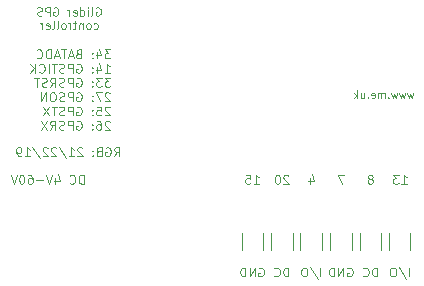
<source format=gbr>
%TF.GenerationSoftware,KiCad,Pcbnew,(6.0.2-0)*%
%TF.CreationDate,2022-03-06T08:12:54+00:00*%
%TF.ProjectId,Glider,476c6964-6572-42e6-9b69-6361645f7063,1*%
%TF.SameCoordinates,Original*%
%TF.FileFunction,Legend,Bot*%
%TF.FilePolarity,Positive*%
%FSLAX46Y46*%
G04 Gerber Fmt 4.6, Leading zero omitted, Abs format (unit mm)*
G04 Created by KiCad (PCBNEW (6.0.2-0)) date 2022-03-06 08:12:54*
%MOMM*%
%LPD*%
G01*
G04 APERTURE LIST*
%ADD10C,0.100000*%
%ADD11C,0.120000*%
G04 APERTURE END LIST*
D10*
X112850000Y-133439285D02*
X112350000Y-133439285D01*
X112671428Y-134189285D01*
X109957142Y-133689285D02*
X109957142Y-134189285D01*
X110135714Y-133403571D02*
X110314285Y-133939285D01*
X109850000Y-133939285D01*
X110885714Y-142039285D02*
X110885714Y-141289285D01*
X109992857Y-141253571D02*
X110635714Y-142217857D01*
X109600000Y-141289285D02*
X109457142Y-141289285D01*
X109385714Y-141325000D01*
X109314285Y-141396428D01*
X109278571Y-141539285D01*
X109278571Y-141789285D01*
X109314285Y-141932142D01*
X109385714Y-142003571D01*
X109457142Y-142039285D01*
X109600000Y-142039285D01*
X109671428Y-142003571D01*
X109742857Y-141932142D01*
X109778571Y-141789285D01*
X109778571Y-141539285D01*
X109742857Y-141396428D01*
X109671428Y-141325000D01*
X109600000Y-141289285D01*
X115671428Y-142039285D02*
X115671428Y-141289285D01*
X115492857Y-141289285D01*
X115385714Y-141325000D01*
X115314285Y-141396428D01*
X115278571Y-141467857D01*
X115242857Y-141610714D01*
X115242857Y-141717857D01*
X115278571Y-141860714D01*
X115314285Y-141932142D01*
X115385714Y-142003571D01*
X115492857Y-142039285D01*
X115671428Y-142039285D01*
X114492857Y-141967857D02*
X114528571Y-142003571D01*
X114635714Y-142039285D01*
X114707142Y-142039285D01*
X114814285Y-142003571D01*
X114885714Y-141932142D01*
X114921428Y-141860714D01*
X114957142Y-141717857D01*
X114957142Y-141610714D01*
X114921428Y-141467857D01*
X114885714Y-141396428D01*
X114814285Y-141325000D01*
X114707142Y-141289285D01*
X114635714Y-141289285D01*
X114528571Y-141325000D01*
X114492857Y-141360714D01*
X105242857Y-134189285D02*
X105671428Y-134189285D01*
X105457142Y-134189285D02*
X105457142Y-133439285D01*
X105528571Y-133546428D01*
X105600000Y-133617857D01*
X105671428Y-133653571D01*
X104564285Y-133439285D02*
X104921428Y-133439285D01*
X104957142Y-133796428D01*
X104921428Y-133760714D01*
X104850000Y-133725000D01*
X104671428Y-133725000D01*
X104600000Y-133760714D01*
X104564285Y-133796428D01*
X104528571Y-133867857D01*
X104528571Y-134046428D01*
X104564285Y-134117857D01*
X104600000Y-134153571D01*
X104671428Y-134189285D01*
X104850000Y-134189285D01*
X104921428Y-134153571D01*
X104957142Y-134117857D01*
X93077857Y-122820535D02*
X92613571Y-122820535D01*
X92863571Y-123106250D01*
X92756428Y-123106250D01*
X92685000Y-123141964D01*
X92649285Y-123177678D01*
X92613571Y-123249107D01*
X92613571Y-123427678D01*
X92649285Y-123499107D01*
X92685000Y-123534821D01*
X92756428Y-123570535D01*
X92970714Y-123570535D01*
X93042142Y-123534821D01*
X93077857Y-123499107D01*
X91970714Y-123070535D02*
X91970714Y-123570535D01*
X92149285Y-122784821D02*
X92327857Y-123320535D01*
X91863571Y-123320535D01*
X91577857Y-123499107D02*
X91542142Y-123534821D01*
X91577857Y-123570535D01*
X91613571Y-123534821D01*
X91577857Y-123499107D01*
X91577857Y-123570535D01*
X91577857Y-123106250D02*
X91542142Y-123141964D01*
X91577857Y-123177678D01*
X91613571Y-123141964D01*
X91577857Y-123106250D01*
X91577857Y-123177678D01*
X90399285Y-123177678D02*
X90292142Y-123213392D01*
X90256428Y-123249107D01*
X90220714Y-123320535D01*
X90220714Y-123427678D01*
X90256428Y-123499107D01*
X90292142Y-123534821D01*
X90363571Y-123570535D01*
X90649285Y-123570535D01*
X90649285Y-122820535D01*
X90399285Y-122820535D01*
X90327857Y-122856250D01*
X90292142Y-122891964D01*
X90256428Y-122963392D01*
X90256428Y-123034821D01*
X90292142Y-123106250D01*
X90327857Y-123141964D01*
X90399285Y-123177678D01*
X90649285Y-123177678D01*
X89935000Y-123356250D02*
X89577857Y-123356250D01*
X90006428Y-123570535D02*
X89756428Y-122820535D01*
X89506428Y-123570535D01*
X89363571Y-122820535D02*
X88935000Y-122820535D01*
X89149285Y-123570535D02*
X89149285Y-122820535D01*
X88720714Y-123356250D02*
X88363571Y-123356250D01*
X88792142Y-123570535D02*
X88542142Y-122820535D01*
X88292142Y-123570535D01*
X88042142Y-123570535D02*
X88042142Y-122820535D01*
X87863571Y-122820535D01*
X87756428Y-122856250D01*
X87685000Y-122927678D01*
X87649285Y-122999107D01*
X87613571Y-123141964D01*
X87613571Y-123249107D01*
X87649285Y-123391964D01*
X87685000Y-123463392D01*
X87756428Y-123534821D01*
X87863571Y-123570535D01*
X88042142Y-123570535D01*
X86863571Y-123499107D02*
X86899285Y-123534821D01*
X87006428Y-123570535D01*
X87077857Y-123570535D01*
X87185000Y-123534821D01*
X87256428Y-123463392D01*
X87292142Y-123391964D01*
X87327857Y-123249107D01*
X87327857Y-123141964D01*
X87292142Y-122999107D01*
X87256428Y-122927678D01*
X87185000Y-122856250D01*
X87077857Y-122820535D01*
X87006428Y-122820535D01*
X86899285Y-122856250D01*
X86863571Y-122891964D01*
X92613571Y-124778035D02*
X93042142Y-124778035D01*
X92827857Y-124778035D02*
X92827857Y-124028035D01*
X92899285Y-124135178D01*
X92970714Y-124206607D01*
X93042142Y-124242321D01*
X91970714Y-124278035D02*
X91970714Y-124778035D01*
X92149285Y-123992321D02*
X92327857Y-124528035D01*
X91863571Y-124528035D01*
X91577857Y-124706607D02*
X91542142Y-124742321D01*
X91577857Y-124778035D01*
X91613571Y-124742321D01*
X91577857Y-124706607D01*
X91577857Y-124778035D01*
X91577857Y-124313750D02*
X91542142Y-124349464D01*
X91577857Y-124385178D01*
X91613571Y-124349464D01*
X91577857Y-124313750D01*
X91577857Y-124385178D01*
X90256428Y-124063750D02*
X90327857Y-124028035D01*
X90435000Y-124028035D01*
X90542142Y-124063750D01*
X90613571Y-124135178D01*
X90649285Y-124206607D01*
X90685000Y-124349464D01*
X90685000Y-124456607D01*
X90649285Y-124599464D01*
X90613571Y-124670892D01*
X90542142Y-124742321D01*
X90435000Y-124778035D01*
X90363571Y-124778035D01*
X90256428Y-124742321D01*
X90220714Y-124706607D01*
X90220714Y-124456607D01*
X90363571Y-124456607D01*
X89899285Y-124778035D02*
X89899285Y-124028035D01*
X89613571Y-124028035D01*
X89542142Y-124063750D01*
X89506428Y-124099464D01*
X89470714Y-124170892D01*
X89470714Y-124278035D01*
X89506428Y-124349464D01*
X89542142Y-124385178D01*
X89613571Y-124420892D01*
X89899285Y-124420892D01*
X89185000Y-124742321D02*
X89077857Y-124778035D01*
X88899285Y-124778035D01*
X88827857Y-124742321D01*
X88792142Y-124706607D01*
X88756428Y-124635178D01*
X88756428Y-124563750D01*
X88792142Y-124492321D01*
X88827857Y-124456607D01*
X88899285Y-124420892D01*
X89042142Y-124385178D01*
X89113571Y-124349464D01*
X89149285Y-124313750D01*
X89185000Y-124242321D01*
X89185000Y-124170892D01*
X89149285Y-124099464D01*
X89113571Y-124063750D01*
X89042142Y-124028035D01*
X88863571Y-124028035D01*
X88756428Y-124063750D01*
X88542142Y-124028035D02*
X88113571Y-124028035D01*
X88327857Y-124778035D02*
X88327857Y-124028035D01*
X87863571Y-124778035D02*
X87863571Y-124028035D01*
X87077857Y-124706607D02*
X87113571Y-124742321D01*
X87220714Y-124778035D01*
X87292142Y-124778035D01*
X87399285Y-124742321D01*
X87470714Y-124670892D01*
X87506428Y-124599464D01*
X87542142Y-124456607D01*
X87542142Y-124349464D01*
X87506428Y-124206607D01*
X87470714Y-124135178D01*
X87399285Y-124063750D01*
X87292142Y-124028035D01*
X87220714Y-124028035D01*
X87113571Y-124063750D01*
X87077857Y-124099464D01*
X86756428Y-124778035D02*
X86756428Y-124028035D01*
X86327857Y-124778035D02*
X86649285Y-124349464D01*
X86327857Y-124028035D02*
X86756428Y-124456607D01*
X93077857Y-125235535D02*
X92613571Y-125235535D01*
X92863571Y-125521250D01*
X92756428Y-125521250D01*
X92685000Y-125556964D01*
X92649285Y-125592678D01*
X92613571Y-125664107D01*
X92613571Y-125842678D01*
X92649285Y-125914107D01*
X92685000Y-125949821D01*
X92756428Y-125985535D01*
X92970714Y-125985535D01*
X93042142Y-125949821D01*
X93077857Y-125914107D01*
X92363571Y-125235535D02*
X91899285Y-125235535D01*
X92149285Y-125521250D01*
X92042142Y-125521250D01*
X91970714Y-125556964D01*
X91935000Y-125592678D01*
X91899285Y-125664107D01*
X91899285Y-125842678D01*
X91935000Y-125914107D01*
X91970714Y-125949821D01*
X92042142Y-125985535D01*
X92256428Y-125985535D01*
X92327857Y-125949821D01*
X92363571Y-125914107D01*
X91577857Y-125914107D02*
X91542142Y-125949821D01*
X91577857Y-125985535D01*
X91613571Y-125949821D01*
X91577857Y-125914107D01*
X91577857Y-125985535D01*
X91577857Y-125521250D02*
X91542142Y-125556964D01*
X91577857Y-125592678D01*
X91613571Y-125556964D01*
X91577857Y-125521250D01*
X91577857Y-125592678D01*
X90256428Y-125271250D02*
X90327857Y-125235535D01*
X90435000Y-125235535D01*
X90542142Y-125271250D01*
X90613571Y-125342678D01*
X90649285Y-125414107D01*
X90685000Y-125556964D01*
X90685000Y-125664107D01*
X90649285Y-125806964D01*
X90613571Y-125878392D01*
X90542142Y-125949821D01*
X90435000Y-125985535D01*
X90363571Y-125985535D01*
X90256428Y-125949821D01*
X90220714Y-125914107D01*
X90220714Y-125664107D01*
X90363571Y-125664107D01*
X89899285Y-125985535D02*
X89899285Y-125235535D01*
X89613571Y-125235535D01*
X89542142Y-125271250D01*
X89506428Y-125306964D01*
X89470714Y-125378392D01*
X89470714Y-125485535D01*
X89506428Y-125556964D01*
X89542142Y-125592678D01*
X89613571Y-125628392D01*
X89899285Y-125628392D01*
X89185000Y-125949821D02*
X89077857Y-125985535D01*
X88899285Y-125985535D01*
X88827857Y-125949821D01*
X88792142Y-125914107D01*
X88756428Y-125842678D01*
X88756428Y-125771250D01*
X88792142Y-125699821D01*
X88827857Y-125664107D01*
X88899285Y-125628392D01*
X89042142Y-125592678D01*
X89113571Y-125556964D01*
X89149285Y-125521250D01*
X89185000Y-125449821D01*
X89185000Y-125378392D01*
X89149285Y-125306964D01*
X89113571Y-125271250D01*
X89042142Y-125235535D01*
X88863571Y-125235535D01*
X88756428Y-125271250D01*
X88006428Y-125985535D02*
X88256428Y-125628392D01*
X88435000Y-125985535D02*
X88435000Y-125235535D01*
X88149285Y-125235535D01*
X88077857Y-125271250D01*
X88042142Y-125306964D01*
X88006428Y-125378392D01*
X88006428Y-125485535D01*
X88042142Y-125556964D01*
X88077857Y-125592678D01*
X88149285Y-125628392D01*
X88435000Y-125628392D01*
X87720714Y-125949821D02*
X87613571Y-125985535D01*
X87435000Y-125985535D01*
X87363571Y-125949821D01*
X87327857Y-125914107D01*
X87292142Y-125842678D01*
X87292142Y-125771250D01*
X87327857Y-125699821D01*
X87363571Y-125664107D01*
X87435000Y-125628392D01*
X87577857Y-125592678D01*
X87649285Y-125556964D01*
X87685000Y-125521250D01*
X87720714Y-125449821D01*
X87720714Y-125378392D01*
X87685000Y-125306964D01*
X87649285Y-125271250D01*
X87577857Y-125235535D01*
X87399285Y-125235535D01*
X87292142Y-125271250D01*
X87077857Y-125235535D02*
X86649285Y-125235535D01*
X86863571Y-125985535D02*
X86863571Y-125235535D01*
X93042142Y-126514464D02*
X93006428Y-126478750D01*
X92935000Y-126443035D01*
X92756428Y-126443035D01*
X92685000Y-126478750D01*
X92649285Y-126514464D01*
X92613571Y-126585892D01*
X92613571Y-126657321D01*
X92649285Y-126764464D01*
X93077857Y-127193035D01*
X92613571Y-127193035D01*
X92363571Y-126443035D02*
X91863571Y-126443035D01*
X92185000Y-127193035D01*
X91577857Y-127121607D02*
X91542142Y-127157321D01*
X91577857Y-127193035D01*
X91613571Y-127157321D01*
X91577857Y-127121607D01*
X91577857Y-127193035D01*
X91577857Y-126728750D02*
X91542142Y-126764464D01*
X91577857Y-126800178D01*
X91613571Y-126764464D01*
X91577857Y-126728750D01*
X91577857Y-126800178D01*
X90256428Y-126478750D02*
X90327857Y-126443035D01*
X90435000Y-126443035D01*
X90542142Y-126478750D01*
X90613571Y-126550178D01*
X90649285Y-126621607D01*
X90685000Y-126764464D01*
X90685000Y-126871607D01*
X90649285Y-127014464D01*
X90613571Y-127085892D01*
X90542142Y-127157321D01*
X90435000Y-127193035D01*
X90363571Y-127193035D01*
X90256428Y-127157321D01*
X90220714Y-127121607D01*
X90220714Y-126871607D01*
X90363571Y-126871607D01*
X89899285Y-127193035D02*
X89899285Y-126443035D01*
X89613571Y-126443035D01*
X89542142Y-126478750D01*
X89506428Y-126514464D01*
X89470714Y-126585892D01*
X89470714Y-126693035D01*
X89506428Y-126764464D01*
X89542142Y-126800178D01*
X89613571Y-126835892D01*
X89899285Y-126835892D01*
X89185000Y-127157321D02*
X89077857Y-127193035D01*
X88899285Y-127193035D01*
X88827857Y-127157321D01*
X88792142Y-127121607D01*
X88756428Y-127050178D01*
X88756428Y-126978750D01*
X88792142Y-126907321D01*
X88827857Y-126871607D01*
X88899285Y-126835892D01*
X89042142Y-126800178D01*
X89113571Y-126764464D01*
X89149285Y-126728750D01*
X89185000Y-126657321D01*
X89185000Y-126585892D01*
X89149285Y-126514464D01*
X89113571Y-126478750D01*
X89042142Y-126443035D01*
X88863571Y-126443035D01*
X88756428Y-126478750D01*
X88292142Y-126443035D02*
X88149285Y-126443035D01*
X88077857Y-126478750D01*
X88006428Y-126550178D01*
X87970714Y-126693035D01*
X87970714Y-126943035D01*
X88006428Y-127085892D01*
X88077857Y-127157321D01*
X88149285Y-127193035D01*
X88292142Y-127193035D01*
X88363571Y-127157321D01*
X88435000Y-127085892D01*
X88470714Y-126943035D01*
X88470714Y-126693035D01*
X88435000Y-126550178D01*
X88363571Y-126478750D01*
X88292142Y-126443035D01*
X87649285Y-127193035D02*
X87649285Y-126443035D01*
X87220714Y-127193035D01*
X87220714Y-126443035D01*
X93042142Y-127721964D02*
X93006428Y-127686250D01*
X92935000Y-127650535D01*
X92756428Y-127650535D01*
X92685000Y-127686250D01*
X92649285Y-127721964D01*
X92613571Y-127793392D01*
X92613571Y-127864821D01*
X92649285Y-127971964D01*
X93077857Y-128400535D01*
X92613571Y-128400535D01*
X91935000Y-127650535D02*
X92292142Y-127650535D01*
X92327857Y-128007678D01*
X92292142Y-127971964D01*
X92220714Y-127936250D01*
X92042142Y-127936250D01*
X91970714Y-127971964D01*
X91935000Y-128007678D01*
X91899285Y-128079107D01*
X91899285Y-128257678D01*
X91935000Y-128329107D01*
X91970714Y-128364821D01*
X92042142Y-128400535D01*
X92220714Y-128400535D01*
X92292142Y-128364821D01*
X92327857Y-128329107D01*
X91577857Y-128329107D02*
X91542142Y-128364821D01*
X91577857Y-128400535D01*
X91613571Y-128364821D01*
X91577857Y-128329107D01*
X91577857Y-128400535D01*
X91577857Y-127936250D02*
X91542142Y-127971964D01*
X91577857Y-128007678D01*
X91613571Y-127971964D01*
X91577857Y-127936250D01*
X91577857Y-128007678D01*
X90256428Y-127686250D02*
X90327857Y-127650535D01*
X90435000Y-127650535D01*
X90542142Y-127686250D01*
X90613571Y-127757678D01*
X90649285Y-127829107D01*
X90685000Y-127971964D01*
X90685000Y-128079107D01*
X90649285Y-128221964D01*
X90613571Y-128293392D01*
X90542142Y-128364821D01*
X90435000Y-128400535D01*
X90363571Y-128400535D01*
X90256428Y-128364821D01*
X90220714Y-128329107D01*
X90220714Y-128079107D01*
X90363571Y-128079107D01*
X89899285Y-128400535D02*
X89899285Y-127650535D01*
X89613571Y-127650535D01*
X89542142Y-127686250D01*
X89506428Y-127721964D01*
X89470714Y-127793392D01*
X89470714Y-127900535D01*
X89506428Y-127971964D01*
X89542142Y-128007678D01*
X89613571Y-128043392D01*
X89899285Y-128043392D01*
X89185000Y-128364821D02*
X89077857Y-128400535D01*
X88899285Y-128400535D01*
X88827857Y-128364821D01*
X88792142Y-128329107D01*
X88756428Y-128257678D01*
X88756428Y-128186250D01*
X88792142Y-128114821D01*
X88827857Y-128079107D01*
X88899285Y-128043392D01*
X89042142Y-128007678D01*
X89113571Y-127971964D01*
X89149285Y-127936250D01*
X89185000Y-127864821D01*
X89185000Y-127793392D01*
X89149285Y-127721964D01*
X89113571Y-127686250D01*
X89042142Y-127650535D01*
X88863571Y-127650535D01*
X88756428Y-127686250D01*
X88542142Y-127650535D02*
X88113571Y-127650535D01*
X88327857Y-128400535D02*
X88327857Y-127650535D01*
X87935000Y-127650535D02*
X87435000Y-128400535D01*
X87435000Y-127650535D02*
X87935000Y-128400535D01*
X93042142Y-128929464D02*
X93006428Y-128893750D01*
X92935000Y-128858035D01*
X92756428Y-128858035D01*
X92685000Y-128893750D01*
X92649285Y-128929464D01*
X92613571Y-129000892D01*
X92613571Y-129072321D01*
X92649285Y-129179464D01*
X93077857Y-129608035D01*
X92613571Y-129608035D01*
X91970714Y-128858035D02*
X92113571Y-128858035D01*
X92185000Y-128893750D01*
X92220714Y-128929464D01*
X92292142Y-129036607D01*
X92327857Y-129179464D01*
X92327857Y-129465178D01*
X92292142Y-129536607D01*
X92256428Y-129572321D01*
X92185000Y-129608035D01*
X92042142Y-129608035D01*
X91970714Y-129572321D01*
X91935000Y-129536607D01*
X91899285Y-129465178D01*
X91899285Y-129286607D01*
X91935000Y-129215178D01*
X91970714Y-129179464D01*
X92042142Y-129143750D01*
X92185000Y-129143750D01*
X92256428Y-129179464D01*
X92292142Y-129215178D01*
X92327857Y-129286607D01*
X91577857Y-129536607D02*
X91542142Y-129572321D01*
X91577857Y-129608035D01*
X91613571Y-129572321D01*
X91577857Y-129536607D01*
X91577857Y-129608035D01*
X91577857Y-129143750D02*
X91542142Y-129179464D01*
X91577857Y-129215178D01*
X91613571Y-129179464D01*
X91577857Y-129143750D01*
X91577857Y-129215178D01*
X90256428Y-128893750D02*
X90327857Y-128858035D01*
X90435000Y-128858035D01*
X90542142Y-128893750D01*
X90613571Y-128965178D01*
X90649285Y-129036607D01*
X90685000Y-129179464D01*
X90685000Y-129286607D01*
X90649285Y-129429464D01*
X90613571Y-129500892D01*
X90542142Y-129572321D01*
X90435000Y-129608035D01*
X90363571Y-129608035D01*
X90256428Y-129572321D01*
X90220714Y-129536607D01*
X90220714Y-129286607D01*
X90363571Y-129286607D01*
X89899285Y-129608035D02*
X89899285Y-128858035D01*
X89613571Y-128858035D01*
X89542142Y-128893750D01*
X89506428Y-128929464D01*
X89470714Y-129000892D01*
X89470714Y-129108035D01*
X89506428Y-129179464D01*
X89542142Y-129215178D01*
X89613571Y-129250892D01*
X89899285Y-129250892D01*
X89185000Y-129572321D02*
X89077857Y-129608035D01*
X88899285Y-129608035D01*
X88827857Y-129572321D01*
X88792142Y-129536607D01*
X88756428Y-129465178D01*
X88756428Y-129393750D01*
X88792142Y-129322321D01*
X88827857Y-129286607D01*
X88899285Y-129250892D01*
X89042142Y-129215178D01*
X89113571Y-129179464D01*
X89149285Y-129143750D01*
X89185000Y-129072321D01*
X89185000Y-129000892D01*
X89149285Y-128929464D01*
X89113571Y-128893750D01*
X89042142Y-128858035D01*
X88863571Y-128858035D01*
X88756428Y-128893750D01*
X88006428Y-129608035D02*
X88256428Y-129250892D01*
X88435000Y-129608035D02*
X88435000Y-128858035D01*
X88149285Y-128858035D01*
X88077857Y-128893750D01*
X88042142Y-128929464D01*
X88006428Y-129000892D01*
X88006428Y-129108035D01*
X88042142Y-129179464D01*
X88077857Y-129215178D01*
X88149285Y-129250892D01*
X88435000Y-129250892D01*
X87756428Y-128858035D02*
X87256428Y-129608035D01*
X87256428Y-128858035D02*
X87756428Y-129608035D01*
X113171428Y-141325000D02*
X113242857Y-141289285D01*
X113350000Y-141289285D01*
X113457142Y-141325000D01*
X113528571Y-141396428D01*
X113564285Y-141467857D01*
X113600000Y-141610714D01*
X113600000Y-141717857D01*
X113564285Y-141860714D01*
X113528571Y-141932142D01*
X113457142Y-142003571D01*
X113350000Y-142039285D01*
X113278571Y-142039285D01*
X113171428Y-142003571D01*
X113135714Y-141967857D01*
X113135714Y-141717857D01*
X113278571Y-141717857D01*
X112814285Y-142039285D02*
X112814285Y-141289285D01*
X112385714Y-142039285D01*
X112385714Y-141289285D01*
X112028571Y-142039285D02*
X112028571Y-141289285D01*
X111850000Y-141289285D01*
X111742857Y-141325000D01*
X111671428Y-141396428D01*
X111635714Y-141467857D01*
X111600000Y-141610714D01*
X111600000Y-141717857D01*
X111635714Y-141860714D01*
X111671428Y-141932142D01*
X111742857Y-142003571D01*
X111850000Y-142039285D01*
X112028571Y-142039285D01*
X108171428Y-142039285D02*
X108171428Y-141289285D01*
X107992857Y-141289285D01*
X107885714Y-141325000D01*
X107814285Y-141396428D01*
X107778571Y-141467857D01*
X107742857Y-141610714D01*
X107742857Y-141717857D01*
X107778571Y-141860714D01*
X107814285Y-141932142D01*
X107885714Y-142003571D01*
X107992857Y-142039285D01*
X108171428Y-142039285D01*
X106992857Y-141967857D02*
X107028571Y-142003571D01*
X107135714Y-142039285D01*
X107207142Y-142039285D01*
X107314285Y-142003571D01*
X107385714Y-141932142D01*
X107421428Y-141860714D01*
X107457142Y-141717857D01*
X107457142Y-141610714D01*
X107421428Y-141467857D01*
X107385714Y-141396428D01*
X107314285Y-141325000D01*
X107207142Y-141289285D01*
X107135714Y-141289285D01*
X107028571Y-141325000D01*
X106992857Y-141360714D01*
X108171428Y-133510714D02*
X108135714Y-133475000D01*
X108064285Y-133439285D01*
X107885714Y-133439285D01*
X107814285Y-133475000D01*
X107778571Y-133510714D01*
X107742857Y-133582142D01*
X107742857Y-133653571D01*
X107778571Y-133760714D01*
X108207142Y-134189285D01*
X107742857Y-134189285D01*
X107278571Y-133439285D02*
X107207142Y-133439285D01*
X107135714Y-133475000D01*
X107100000Y-133510714D01*
X107064285Y-133582142D01*
X107028571Y-133725000D01*
X107028571Y-133903571D01*
X107064285Y-134046428D01*
X107100000Y-134117857D01*
X107135714Y-134153571D01*
X107207142Y-134189285D01*
X107278571Y-134189285D01*
X107350000Y-134153571D01*
X107385714Y-134117857D01*
X107421428Y-134046428D01*
X107457142Y-133903571D01*
X107457142Y-133725000D01*
X107421428Y-133582142D01*
X107385714Y-133510714D01*
X107350000Y-133475000D01*
X107278571Y-133439285D01*
X105671428Y-141325000D02*
X105742857Y-141289285D01*
X105850000Y-141289285D01*
X105957142Y-141325000D01*
X106028571Y-141396428D01*
X106064285Y-141467857D01*
X106100000Y-141610714D01*
X106100000Y-141717857D01*
X106064285Y-141860714D01*
X106028571Y-141932142D01*
X105957142Y-142003571D01*
X105850000Y-142039285D01*
X105778571Y-142039285D01*
X105671428Y-142003571D01*
X105635714Y-141967857D01*
X105635714Y-141717857D01*
X105778571Y-141717857D01*
X105314285Y-142039285D02*
X105314285Y-141289285D01*
X104885714Y-142039285D01*
X104885714Y-141289285D01*
X104528571Y-142039285D02*
X104528571Y-141289285D01*
X104350000Y-141289285D01*
X104242857Y-141325000D01*
X104171428Y-141396428D01*
X104135714Y-141467857D01*
X104100000Y-141610714D01*
X104100000Y-141717857D01*
X104135714Y-141860714D01*
X104171428Y-141932142D01*
X104242857Y-142003571D01*
X104350000Y-142039285D01*
X104528571Y-142039285D01*
X90835714Y-134189285D02*
X90835714Y-133439285D01*
X90657142Y-133439285D01*
X90550000Y-133475000D01*
X90478571Y-133546428D01*
X90442857Y-133617857D01*
X90407142Y-133760714D01*
X90407142Y-133867857D01*
X90442857Y-134010714D01*
X90478571Y-134082142D01*
X90550000Y-134153571D01*
X90657142Y-134189285D01*
X90835714Y-134189285D01*
X89657142Y-134117857D02*
X89692857Y-134153571D01*
X89800000Y-134189285D01*
X89871428Y-134189285D01*
X89978571Y-134153571D01*
X90050000Y-134082142D01*
X90085714Y-134010714D01*
X90121428Y-133867857D01*
X90121428Y-133760714D01*
X90085714Y-133617857D01*
X90050000Y-133546428D01*
X89978571Y-133475000D01*
X89871428Y-133439285D01*
X89800000Y-133439285D01*
X89692857Y-133475000D01*
X89657142Y-133510714D01*
X88442857Y-133689285D02*
X88442857Y-134189285D01*
X88621428Y-133403571D02*
X88800000Y-133939285D01*
X88335714Y-133939285D01*
X88157142Y-133439285D02*
X87907142Y-134189285D01*
X87657142Y-133439285D01*
X87407142Y-133903571D02*
X86835714Y-133903571D01*
X86157142Y-133439285D02*
X86300000Y-133439285D01*
X86371428Y-133475000D01*
X86407142Y-133510714D01*
X86478571Y-133617857D01*
X86514285Y-133760714D01*
X86514285Y-134046428D01*
X86478571Y-134117857D01*
X86442857Y-134153571D01*
X86371428Y-134189285D01*
X86228571Y-134189285D01*
X86157142Y-134153571D01*
X86121428Y-134117857D01*
X86085714Y-134046428D01*
X86085714Y-133867857D01*
X86121428Y-133796428D01*
X86157142Y-133760714D01*
X86228571Y-133725000D01*
X86371428Y-133725000D01*
X86442857Y-133760714D01*
X86478571Y-133796428D01*
X86514285Y-133867857D01*
X85621428Y-133439285D02*
X85550000Y-133439285D01*
X85478571Y-133475000D01*
X85442857Y-133510714D01*
X85407142Y-133582142D01*
X85371428Y-133725000D01*
X85371428Y-133903571D01*
X85407142Y-134046428D01*
X85442857Y-134117857D01*
X85478571Y-134153571D01*
X85550000Y-134189285D01*
X85621428Y-134189285D01*
X85692857Y-134153571D01*
X85728571Y-134117857D01*
X85764285Y-134046428D01*
X85800000Y-133903571D01*
X85800000Y-133725000D01*
X85764285Y-133582142D01*
X85728571Y-133510714D01*
X85692857Y-133475000D01*
X85621428Y-133439285D01*
X85157142Y-133439285D02*
X84907142Y-134189285D01*
X84657142Y-133439285D01*
X91900000Y-119286500D02*
X91966666Y-119253166D01*
X92066666Y-119253166D01*
X92166666Y-119286500D01*
X92233333Y-119353166D01*
X92266666Y-119419833D01*
X92300000Y-119553166D01*
X92300000Y-119653166D01*
X92266666Y-119786500D01*
X92233333Y-119853166D01*
X92166666Y-119919833D01*
X92066666Y-119953166D01*
X92000000Y-119953166D01*
X91900000Y-119919833D01*
X91866666Y-119886500D01*
X91866666Y-119653166D01*
X92000000Y-119653166D01*
X91466666Y-119953166D02*
X91533333Y-119919833D01*
X91566666Y-119853166D01*
X91566666Y-119253166D01*
X91200000Y-119953166D02*
X91200000Y-119486500D01*
X91200000Y-119253166D02*
X91233333Y-119286500D01*
X91200000Y-119319833D01*
X91166666Y-119286500D01*
X91200000Y-119253166D01*
X91200000Y-119319833D01*
X90566666Y-119953166D02*
X90566666Y-119253166D01*
X90566666Y-119919833D02*
X90633333Y-119953166D01*
X90766666Y-119953166D01*
X90833333Y-119919833D01*
X90866666Y-119886500D01*
X90900000Y-119819833D01*
X90900000Y-119619833D01*
X90866666Y-119553166D01*
X90833333Y-119519833D01*
X90766666Y-119486500D01*
X90633333Y-119486500D01*
X90566666Y-119519833D01*
X89966666Y-119919833D02*
X90033333Y-119953166D01*
X90166666Y-119953166D01*
X90233333Y-119919833D01*
X90266666Y-119853166D01*
X90266666Y-119586500D01*
X90233333Y-119519833D01*
X90166666Y-119486500D01*
X90033333Y-119486500D01*
X89966666Y-119519833D01*
X89933333Y-119586500D01*
X89933333Y-119653166D01*
X90266666Y-119719833D01*
X89633333Y-119953166D02*
X89633333Y-119486500D01*
X89633333Y-119619833D02*
X89600000Y-119553166D01*
X89566666Y-119519833D01*
X89500000Y-119486500D01*
X89433333Y-119486500D01*
X88300000Y-119286500D02*
X88366666Y-119253166D01*
X88466666Y-119253166D01*
X88566666Y-119286500D01*
X88633333Y-119353166D01*
X88666666Y-119419833D01*
X88700000Y-119553166D01*
X88700000Y-119653166D01*
X88666666Y-119786500D01*
X88633333Y-119853166D01*
X88566666Y-119919833D01*
X88466666Y-119953166D01*
X88400000Y-119953166D01*
X88300000Y-119919833D01*
X88266666Y-119886500D01*
X88266666Y-119653166D01*
X88400000Y-119653166D01*
X87966666Y-119953166D02*
X87966666Y-119253166D01*
X87700000Y-119253166D01*
X87633333Y-119286500D01*
X87600000Y-119319833D01*
X87566666Y-119386500D01*
X87566666Y-119486500D01*
X87600000Y-119553166D01*
X87633333Y-119586500D01*
X87700000Y-119619833D01*
X87966666Y-119619833D01*
X87300000Y-119919833D02*
X87200000Y-119953166D01*
X87033333Y-119953166D01*
X86966666Y-119919833D01*
X86933333Y-119886500D01*
X86900000Y-119819833D01*
X86900000Y-119753166D01*
X86933333Y-119686500D01*
X86966666Y-119653166D01*
X87033333Y-119619833D01*
X87166666Y-119586500D01*
X87233333Y-119553166D01*
X87266666Y-119519833D01*
X87300000Y-119453166D01*
X87300000Y-119386500D01*
X87266666Y-119319833D01*
X87233333Y-119286500D01*
X87166666Y-119253166D01*
X87000000Y-119253166D01*
X86900000Y-119286500D01*
X91683333Y-121046833D02*
X91750000Y-121080166D01*
X91883333Y-121080166D01*
X91950000Y-121046833D01*
X91983333Y-121013500D01*
X92016666Y-120946833D01*
X92016666Y-120746833D01*
X91983333Y-120680166D01*
X91950000Y-120646833D01*
X91883333Y-120613500D01*
X91750000Y-120613500D01*
X91683333Y-120646833D01*
X91283333Y-121080166D02*
X91350000Y-121046833D01*
X91383333Y-121013500D01*
X91416666Y-120946833D01*
X91416666Y-120746833D01*
X91383333Y-120680166D01*
X91350000Y-120646833D01*
X91283333Y-120613500D01*
X91183333Y-120613500D01*
X91116666Y-120646833D01*
X91083333Y-120680166D01*
X91050000Y-120746833D01*
X91050000Y-120946833D01*
X91083333Y-121013500D01*
X91116666Y-121046833D01*
X91183333Y-121080166D01*
X91283333Y-121080166D01*
X90750000Y-120613500D02*
X90750000Y-121080166D01*
X90750000Y-120680166D02*
X90716666Y-120646833D01*
X90650000Y-120613500D01*
X90550000Y-120613500D01*
X90483333Y-120646833D01*
X90450000Y-120713500D01*
X90450000Y-121080166D01*
X90216666Y-120613500D02*
X89950000Y-120613500D01*
X90116666Y-120380166D02*
X90116666Y-120980166D01*
X90083333Y-121046833D01*
X90016666Y-121080166D01*
X89950000Y-121080166D01*
X89716666Y-121080166D02*
X89716666Y-120613500D01*
X89716666Y-120746833D02*
X89683333Y-120680166D01*
X89650000Y-120646833D01*
X89583333Y-120613500D01*
X89516666Y-120613500D01*
X89183333Y-121080166D02*
X89250000Y-121046833D01*
X89283333Y-121013500D01*
X89316666Y-120946833D01*
X89316666Y-120746833D01*
X89283333Y-120680166D01*
X89250000Y-120646833D01*
X89183333Y-120613500D01*
X89083333Y-120613500D01*
X89016666Y-120646833D01*
X88983333Y-120680166D01*
X88950000Y-120746833D01*
X88950000Y-120946833D01*
X88983333Y-121013500D01*
X89016666Y-121046833D01*
X89083333Y-121080166D01*
X89183333Y-121080166D01*
X88550000Y-121080166D02*
X88616666Y-121046833D01*
X88650000Y-120980166D01*
X88650000Y-120380166D01*
X88183333Y-121080166D02*
X88250000Y-121046833D01*
X88283333Y-120980166D01*
X88283333Y-120380166D01*
X87650000Y-121046833D02*
X87716666Y-121080166D01*
X87850000Y-121080166D01*
X87916666Y-121046833D01*
X87950000Y-120980166D01*
X87950000Y-120713500D01*
X87916666Y-120646833D01*
X87850000Y-120613500D01*
X87716666Y-120613500D01*
X87650000Y-120646833D01*
X87616666Y-120713500D01*
X87616666Y-120780166D01*
X87950000Y-120846833D01*
X87316666Y-121080166D02*
X87316666Y-120613500D01*
X87316666Y-120746833D02*
X87283333Y-120680166D01*
X87250000Y-120646833D01*
X87183333Y-120613500D01*
X87116666Y-120613500D01*
X115171428Y-133760714D02*
X115242857Y-133725000D01*
X115278571Y-133689285D01*
X115314285Y-133617857D01*
X115314285Y-133582142D01*
X115278571Y-133510714D01*
X115242857Y-133475000D01*
X115171428Y-133439285D01*
X115028571Y-133439285D01*
X114957142Y-133475000D01*
X114921428Y-133510714D01*
X114885714Y-133582142D01*
X114885714Y-133617857D01*
X114921428Y-133689285D01*
X114957142Y-133725000D01*
X115028571Y-133760714D01*
X115171428Y-133760714D01*
X115242857Y-133796428D01*
X115278571Y-133832142D01*
X115314285Y-133903571D01*
X115314285Y-134046428D01*
X115278571Y-134117857D01*
X115242857Y-134153571D01*
X115171428Y-134189285D01*
X115028571Y-134189285D01*
X114957142Y-134153571D01*
X114921428Y-134117857D01*
X114885714Y-134046428D01*
X114885714Y-133903571D01*
X114921428Y-133832142D01*
X114957142Y-133796428D01*
X115028571Y-133760714D01*
X118385714Y-142039285D02*
X118385714Y-141289285D01*
X117492857Y-141253571D02*
X118135714Y-142217857D01*
X117100000Y-141289285D02*
X116957142Y-141289285D01*
X116885714Y-141325000D01*
X116814285Y-141396428D01*
X116778571Y-141539285D01*
X116778571Y-141789285D01*
X116814285Y-141932142D01*
X116885714Y-142003571D01*
X116957142Y-142039285D01*
X117100000Y-142039285D01*
X117171428Y-142003571D01*
X117242857Y-141932142D01*
X117278571Y-141789285D01*
X117278571Y-141539285D01*
X117242857Y-141396428D01*
X117171428Y-141325000D01*
X117100000Y-141289285D01*
X93427857Y-131839285D02*
X93677857Y-131482142D01*
X93856428Y-131839285D02*
X93856428Y-131089285D01*
X93570714Y-131089285D01*
X93499285Y-131125000D01*
X93463571Y-131160714D01*
X93427857Y-131232142D01*
X93427857Y-131339285D01*
X93463571Y-131410714D01*
X93499285Y-131446428D01*
X93570714Y-131482142D01*
X93856428Y-131482142D01*
X92713571Y-131125000D02*
X92785000Y-131089285D01*
X92892142Y-131089285D01*
X92999285Y-131125000D01*
X93070714Y-131196428D01*
X93106428Y-131267857D01*
X93142142Y-131410714D01*
X93142142Y-131517857D01*
X93106428Y-131660714D01*
X93070714Y-131732142D01*
X92999285Y-131803571D01*
X92892142Y-131839285D01*
X92820714Y-131839285D01*
X92713571Y-131803571D01*
X92677857Y-131767857D01*
X92677857Y-131517857D01*
X92820714Y-131517857D01*
X92106428Y-131446428D02*
X91999285Y-131482142D01*
X91963571Y-131517857D01*
X91927857Y-131589285D01*
X91927857Y-131696428D01*
X91963571Y-131767857D01*
X91999285Y-131803571D01*
X92070714Y-131839285D01*
X92356428Y-131839285D01*
X92356428Y-131089285D01*
X92106428Y-131089285D01*
X92035000Y-131125000D01*
X91999285Y-131160714D01*
X91963571Y-131232142D01*
X91963571Y-131303571D01*
X91999285Y-131375000D01*
X92035000Y-131410714D01*
X92106428Y-131446428D01*
X92356428Y-131446428D01*
X91606428Y-131767857D02*
X91570714Y-131803571D01*
X91606428Y-131839285D01*
X91642142Y-131803571D01*
X91606428Y-131767857D01*
X91606428Y-131839285D01*
X91606428Y-131375000D02*
X91570714Y-131410714D01*
X91606428Y-131446428D01*
X91642142Y-131410714D01*
X91606428Y-131375000D01*
X91606428Y-131446428D01*
X90713571Y-131160714D02*
X90677857Y-131125000D01*
X90606428Y-131089285D01*
X90427857Y-131089285D01*
X90356428Y-131125000D01*
X90320714Y-131160714D01*
X90285000Y-131232142D01*
X90285000Y-131303571D01*
X90320714Y-131410714D01*
X90749285Y-131839285D01*
X90285000Y-131839285D01*
X89570714Y-131839285D02*
X89999285Y-131839285D01*
X89785000Y-131839285D02*
X89785000Y-131089285D01*
X89856428Y-131196428D01*
X89927857Y-131267857D01*
X89999285Y-131303571D01*
X88713571Y-131053571D02*
X89356428Y-132017857D01*
X88499285Y-131160714D02*
X88463571Y-131125000D01*
X88392142Y-131089285D01*
X88213571Y-131089285D01*
X88142142Y-131125000D01*
X88106428Y-131160714D01*
X88070714Y-131232142D01*
X88070714Y-131303571D01*
X88106428Y-131410714D01*
X88535000Y-131839285D01*
X88070714Y-131839285D01*
X87785000Y-131160714D02*
X87749285Y-131125000D01*
X87677857Y-131089285D01*
X87499285Y-131089285D01*
X87427857Y-131125000D01*
X87392142Y-131160714D01*
X87356428Y-131232142D01*
X87356428Y-131303571D01*
X87392142Y-131410714D01*
X87820714Y-131839285D01*
X87356428Y-131839285D01*
X86499285Y-131053571D02*
X87142142Y-132017857D01*
X85856428Y-131839285D02*
X86285000Y-131839285D01*
X86070714Y-131839285D02*
X86070714Y-131089285D01*
X86142142Y-131196428D01*
X86213571Y-131267857D01*
X86285000Y-131303571D01*
X85499285Y-131839285D02*
X85356428Y-131839285D01*
X85285000Y-131803571D01*
X85249285Y-131767857D01*
X85177857Y-131660714D01*
X85142142Y-131517857D01*
X85142142Y-131232142D01*
X85177857Y-131160714D01*
X85213571Y-131125000D01*
X85285000Y-131089285D01*
X85427857Y-131089285D01*
X85499285Y-131125000D01*
X85535000Y-131160714D01*
X85570714Y-131232142D01*
X85570714Y-131410714D01*
X85535000Y-131482142D01*
X85499285Y-131517857D01*
X85427857Y-131553571D01*
X85285000Y-131553571D01*
X85213571Y-131517857D01*
X85177857Y-131482142D01*
X85142142Y-131410714D01*
X117742857Y-134189285D02*
X118171428Y-134189285D01*
X117957142Y-134189285D02*
X117957142Y-133439285D01*
X118028571Y-133546428D01*
X118100000Y-133617857D01*
X118171428Y-133653571D01*
X117492857Y-133439285D02*
X117028571Y-133439285D01*
X117278571Y-133725000D01*
X117171428Y-133725000D01*
X117100000Y-133760714D01*
X117064285Y-133796428D01*
X117028571Y-133867857D01*
X117028571Y-134046428D01*
X117064285Y-134117857D01*
X117100000Y-134153571D01*
X117171428Y-134189285D01*
X117385714Y-134189285D01*
X117457142Y-134153571D01*
X117492857Y-134117857D01*
%TO.C,Logo2*%
X118737142Y-126485714D02*
X118613333Y-126919047D01*
X118489523Y-126609523D01*
X118365714Y-126919047D01*
X118241904Y-126485714D01*
X118056190Y-126485714D02*
X117932380Y-126919047D01*
X117808571Y-126609523D01*
X117684761Y-126919047D01*
X117560952Y-126485714D01*
X117375238Y-126485714D02*
X117251428Y-126919047D01*
X117127619Y-126609523D01*
X117003809Y-126919047D01*
X116880000Y-126485714D01*
X116632380Y-126857142D02*
X116601428Y-126888095D01*
X116632380Y-126919047D01*
X116663333Y-126888095D01*
X116632380Y-126857142D01*
X116632380Y-126919047D01*
X116322857Y-126919047D02*
X116322857Y-126485714D01*
X116322857Y-126547619D02*
X116291904Y-126516666D01*
X116230000Y-126485714D01*
X116137142Y-126485714D01*
X116075238Y-126516666D01*
X116044285Y-126578571D01*
X116044285Y-126919047D01*
X116044285Y-126578571D02*
X116013333Y-126516666D01*
X115951428Y-126485714D01*
X115858571Y-126485714D01*
X115796666Y-126516666D01*
X115765714Y-126578571D01*
X115765714Y-126919047D01*
X115208571Y-126888095D02*
X115270476Y-126919047D01*
X115394285Y-126919047D01*
X115456190Y-126888095D01*
X115487142Y-126826190D01*
X115487142Y-126578571D01*
X115456190Y-126516666D01*
X115394285Y-126485714D01*
X115270476Y-126485714D01*
X115208571Y-126516666D01*
X115177619Y-126578571D01*
X115177619Y-126640476D01*
X115487142Y-126702380D01*
X114899047Y-126857142D02*
X114868095Y-126888095D01*
X114899047Y-126919047D01*
X114930000Y-126888095D01*
X114899047Y-126857142D01*
X114899047Y-126919047D01*
X114310952Y-126485714D02*
X114310952Y-126919047D01*
X114589523Y-126485714D02*
X114589523Y-126826190D01*
X114558571Y-126888095D01*
X114496666Y-126919047D01*
X114403809Y-126919047D01*
X114341904Y-126888095D01*
X114310952Y-126857142D01*
X114001428Y-126919047D02*
X114001428Y-126269047D01*
X113939523Y-126671428D02*
X113753809Y-126919047D01*
X113753809Y-126485714D02*
X114001428Y-126733333D01*
D11*
%TO.C,JP6*%
X109180000Y-138322936D02*
X109180000Y-139777064D01*
X111000000Y-138322936D02*
X111000000Y-139777064D01*
%TO.C,JP4*%
X104200000Y-139777064D02*
X104200000Y-138322936D01*
X106020000Y-139777064D02*
X106020000Y-138322936D01*
%TO.C,JP3*%
X106700000Y-139777064D02*
X106700000Y-138322936D01*
X108520000Y-139777064D02*
X108520000Y-138322936D01*
%TO.C,JP2*%
X111700000Y-139777064D02*
X111700000Y-138322936D01*
X113520000Y-139777064D02*
X113520000Y-138322936D01*
%TO.C,JP1*%
X116020000Y-139777064D02*
X116020000Y-138322936D01*
X114200000Y-139777064D02*
X114200000Y-138322936D01*
%TO.C,JP5*%
X118500000Y-138322936D02*
X118500000Y-139777064D01*
X116680000Y-138322936D02*
X116680000Y-139777064D01*
%TD*%
M02*

</source>
